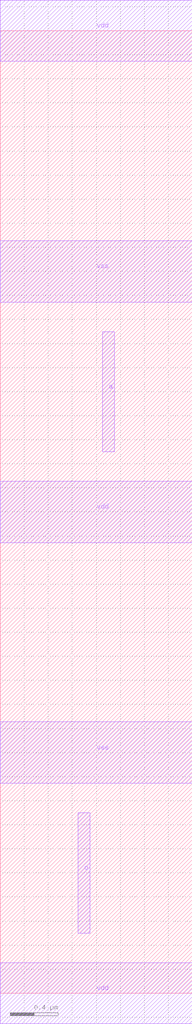
<source format=lef>
VERSION 5.7 ;
BUSBITCHARS "[]" ;
DIVIDERCHAR "/" ;

MACRO ms00f80
   CLASS CORE ;
   SIZE 1.6 BY 2 ;
   ORIGIN 0 0 ;
   SYMMETRY X Y R90 ;
   SITE core ;
   PIN o
      DIRECTION OUTPUT ;
      PORT 
         LAYER metal2 ;
             RECT 0.05 0.5 0.15 1.5 ;
      END
   END o

   PIN ck
      DIRECTION INPUT ;
      PORT 
         LAYER metal1 ;
             RECT 0.45 0.5 0.55 1.5 ;
      END
   END ck

   PIN d
      DIRECTION INPUT ;
      PORT 
         LAYER metal1 ;
             RECT 1.05 0.5 1.15 1.5 ;
      END
   END d

   PIN vss
      DIRECTION INOUT ;
      USE GROUND ;
      PORT 
         LAYER metal1 ;
             RECT 0 -0.255 1.6 0.255 ;
      END
   END vss

   PIN vdd
      DIRECTION INOUT ;
      USE POWER ;
      PORT 
         LAYER metal1 ;
             RECT 0 1.745 1.6 2.255 ;
      END
   END vdd

END ms00f80

MACRO in01f01
   CLASS CORE ;
   SIZE 0.4 BY 2 ;
   ORIGIN 0 0 ;
   SYMMETRY X Y R90 ;
   SITE core ;
   PIN o
      DIRECTION OUTPUT ;
      PORT 
         LAYER metal1 ;
             RECT 0.05 0.5 0.15 1.5 ;
      END
   END o

   PIN a
      DIRECTION INPUT ;
      PORT 
         LAYER metal1 ;
             RECT 0.25 0.5 0.35 1.5 ;
      END
   END a

   PIN vss
      DIRECTION INOUT ;
      USE GROUND ;
      PORT 
         LAYER metal1 ;
             RECT 0 -0.255 0.4 0.255 ;
      END
   END vss

   PIN vdd
      DIRECTION INOUT ;
      USE POWER ;
      PORT 
         LAYER metal1 ;
             RECT 0 1.745 0.4 2.255 ;
      END
   END vdd

END in01f01

MACRO na02f01
   CLASS CORE ;
   SIZE 0.8 BY 2 ;
   ORIGIN 0 0 ;
   SYMMETRY X Y R90 ;
   SITE core ;
   PIN o
      DIRECTION OUTPUT ;
      PORT 
         LAYER metal1 ;
             RECT 0.05 0.5 0.15 1.5 ;
      END
   END o

   PIN a
      DIRECTION INPUT ;
      PORT 
         LAYER metal1 ;
             RECT 0.25 0.5 0.35 1.5 ;
      END
   END a

   PIN b
      DIRECTION INPUT ;
      PORT 
         LAYER metal1 ;
             RECT 0.45 0.5 0.55 1.5 ;
      END
   END b

   PIN vss
      DIRECTION INOUT ;
      USE GROUND ;
      PORT 
         LAYER metal1 ;
             RECT 0 -0.255 0.8 0.255 ;
      END
   END vss

   PIN vdd
      DIRECTION INOUT ;
      USE POWER ;
      PORT 
         LAYER metal1 ;
             RECT 0 1.745 0.8 2.255 ;
      END
   END vdd

END na02f01

MACRO no02f01
   CLASS CORE ;
   SIZE 0.8 BY 2 ;
   ORIGIN 0 0 ;
   SYMMETRY X Y R90 ;
   SITE core ;
   PIN o
      DIRECTION OUTPUT ;
      PORT 
         LAYER metal1 ;
             RECT 0.05 0.5 0.15 1.5 ;
      END
   END o

   PIN a
      DIRECTION INPUT ;
      PORT 
         LAYER metal1 ;
             RECT 0.25 0.5 0.35 1.5 ;
      END
   END a

   PIN b
      DIRECTION INPUT ;
      PORT 
         LAYER metal1 ;
             RECT 0.45 0.5 0.55 1.5 ;
      END
   END b

   PIN vss
      DIRECTION INOUT ;
      USE GROUND ;
      PORT 
         LAYER metal1 ;
             RECT 0 -0.255 0.8 0.255 ;
      END
   END vss

   PIN vdd
      DIRECTION INOUT ;
      USE POWER ;
      PORT 
         LAYER metal1 ;
             RECT 0 1.745 0.8 2.255 ;
      END
   END vdd

END no02f01

MACRO oa12f01
   CLASS CORE ;
   SIZE 1.2 BY 2 ;
   ORIGIN 0 0 ;
   SYMMETRY X Y R90 ;
   SITE core ;
   PIN o
      DIRECTION OUTPUT ;
      PORT 
         LAYER metal1 ;
             RECT 0.05 0.5 0.15 1.5 ;
      END
   END o

   PIN a
      DIRECTION INPUT ;
      PORT 
         LAYER metal1 ;
             RECT 0.25 0.5 0.35 1.5 ;
      END
   END a

   PIN b
      DIRECTION INPUT ;
      PORT 
         LAYER metal1 ;
             RECT 0.65 0.5 0.75 1.5 ;
      END
   END b

   PIN c
      DIRECTION INPUT ;
      PORT 
         LAYER metal1 ;
             RECT 0.85 0.5 0.95 1.5 ;
      END
   END c

   PIN vss
      DIRECTION INOUT ;
      USE GROUND ;
      PORT 
         LAYER metal1 ;
             RECT 0 -0.255 1.2 0.255 ;
      END
   END vss

   PIN vdd
      DIRECTION INOUT ;
      USE POWER ;
      PORT 
         LAYER metal1 ;
             RECT 0 1.745 1.2 2.255 ;
      END
   END vdd

END oa12f01

MACRO na04m01
   CLASS CORE ;
   SIZE 1.6 BY 2 ;
   ORIGIN 0 0 ;
   SYMMETRY X Y R90 ;
   SITE core ;
   PIN o
      DIRECTION OUTPUT ;
      PORT 
         LAYER metal1 ;
             RECT 0.05 0.5 0.15 1.5 ;
      END
   END o

   PIN a
      DIRECTION INPUT ;
      PORT 
         LAYER metal1 ;
             RECT 0.25 0.5 0.35 1.5 ;
      END
   END a

   PIN b
      DIRECTION INPUT ;
      PORT 
         LAYER metal1 ;
             RECT 0.65 0.5 0.75 1.5 ;
      END
   END b

   PIN c
      DIRECTION INPUT ;
      PORT 
         LAYER metal1 ;
             RECT 0.85 0.5 0.95 1.5 ;
      END
   END c

   PIN d
      DIRECTION INPUT ;
      PORT 
         LAYER metal1 ;
             RECT 1.25 0.5 1.35 1.5 ;
      END
   END d

   PIN vss
      DIRECTION INOUT ;
      USE GROUND ;
      PORT 
         LAYER metal1 ;
             RECT 0 -0.255 1.6 0.255 ;
      END
   END vss

   PIN vdd
      DIRECTION INOUT ;
      USE POWER ;
      PORT 
         LAYER metal1 ;
             RECT 0 1.745 1.6 2.255 ;
      END
   END vdd

END na04m01

MACRO ao12f01
   CLASS CORE ;
   SIZE 1.2 BY 2 ;
   ORIGIN 0 0 ;
   SYMMETRY X Y R90 ;
   SITE core ;
   PIN o
      DIRECTION OUTPUT ;
      PORT 
         LAYER metal1 ;
             RECT 0.05 0.5 0.15 1.5 ;
      END
   END o

   PIN a
      DIRECTION INPUT ;
      PORT 
         LAYER metal1 ;
             RECT 0.25 0.5 0.35 1.5 ;
      END
   END a

   PIN b
      DIRECTION INPUT ;
      PORT 
         LAYER metal1 ;
             RECT 0.65 0.5 0.75 1.5 ;
      END
   END b

   PIN c
      DIRECTION INPUT ;
      PORT 
         LAYER metal1 ;
             RECT 0.85 0.5 0.95 1.5 ;
      END
   END c

   PIN vss
      DIRECTION INOUT ;
      USE GROUND ;
      PORT 
         LAYER metal1 ;
             RECT 0 -0.255 1.2 0.255 ;
      END
   END vss

   PIN vdd
      DIRECTION INOUT ;
      USE POWER ;
      PORT 
         LAYER metal1 ;
             RECT 0 1.745 1.2 2.255 ;
      END
   END vdd

END ao12f01

MACRO na03f01
   CLASS CORE ;
   SIZE 1.2 BY 2 ;
   ORIGIN 0 0 ;
   SYMMETRY X Y R90 ;
   SITE core ;
   PIN o
      DIRECTION OUTPUT ;
      PORT 
         LAYER metal1 ;
             RECT 0.05 0.5 0.15 1.5 ;
      END
   END o

   PIN a
      DIRECTION INPUT ;
      PORT 
         LAYER metal1 ;
             RECT 0.25 0.5 0.35 1.5 ;
      END
   END a

   PIN b
      DIRECTION INPUT ;
      PORT 
         LAYER metal1 ;
             RECT 0.65 0.5 0.75 1.5 ;
      END
   END b

   PIN c
      DIRECTION INPUT ;
      PORT 
         LAYER metal1 ;
             RECT 0.85 0.5 0.95 1.5 ;
      END
   END c

   PIN vss
      DIRECTION INOUT ;
      USE GROUND ;
      PORT 
         LAYER metal1 ;
             RECT 0 -0.255 1.2 0.255 ;
      END
   END vss

   PIN vdd
      DIRECTION INOUT ;
      USE POWER ;
      PORT 
         LAYER metal1 ;
             RECT 0 1.745 1.2 2.255 ;
      END
   END vdd

END na03f01

MACRO ao22s01
   CLASS CORE ;
   SIZE 1.6 BY 2 ;
   ORIGIN 0 0 ;
   SYMMETRY X Y R90 ;
   SITE core ;
   PIN o
      DIRECTION OUTPUT ;
      PORT 
         LAYER metal1 ;
             RECT 0.05 0.5 0.15 1.5 ;
      END
   END o

   PIN a
      DIRECTION INPUT ;
      PORT 
         LAYER metal1 ;
             RECT 0.25 0.5 0.35 1.5 ;
      END
   END a

   PIN b
      DIRECTION INPUT ;
      PORT 
         LAYER metal1 ;
             RECT 0.65 0.5 0.75 1.5 ;
      END
   END b

   PIN c
      DIRECTION INPUT ;
      PORT 
         LAYER metal1 ;
             RECT 0.85 0.5 0.95 1.5 ;
      END
   END c

   PIN d
      DIRECTION INPUT ;
      PORT 
         LAYER metal1 ;
             RECT 1.25 0.5 1.35 1.5 ;
      END
   END d

   PIN vss
      DIRECTION INOUT ;
      USE GROUND ;
      PORT 
         LAYER metal1 ;
             RECT 0 -0.255 1.6 0.255 ;
      END
   END vss

   PIN vdd
      DIRECTION INOUT ;
      USE POWER ;
      PORT 
         LAYER metal1 ;
             RECT 0 1.745 1.6 2.255 ;
      END
   END vdd

END ao22s01

MACRO oa22f01
   CLASS CORE ;
   SIZE 1.6 BY 2 ;
   ORIGIN 0 0 ;
   SYMMETRY X Y R90 ;
   SITE core ;
   PIN o
      DIRECTION OUTPUT ;
      PORT 
         LAYER metal2 ;
             RECT 0.05 0.5 0.15 1.5 ;
      END
   END o

   PIN a
      DIRECTION INPUT ;
      PORT 
         LAYER metal1 ;
             RECT 0.25 0.5 0.35 1.5 ;
      END
   END a

   PIN b
      DIRECTION INPUT ;
      PORT 
         LAYER metal1 ;
             RECT 0.65 0.5 0.75 1.5 ;
      END
   END b

   PIN c
      DIRECTION INPUT ;
      PORT 
         LAYER metal1 ;
             RECT 0.85 0.5 0.95 1.5 ;
      END
   END c

   PIN d
      DIRECTION INPUT ;
      PORT 
         LAYER metal1 ;
             RECT 1.25 0.5 1.35 1.5 ;
      END
   END d

   PIN vss
      DIRECTION INOUT ;
      USE GROUND ;
      PORT 
         LAYER metal1 ;
             RECT 0 -0.255 1.6 0.255 ;
      END
   END vss

   PIN vdd
      DIRECTION INOUT ;
      USE POWER ;
      PORT 
         LAYER metal1 ;
             RECT 0 1.745 1.6 2.255 ;
      END
   END vdd

END oa22f01

MACRO no03m01
   CLASS CORE ;
   SIZE 1.2 BY 2 ;
   ORIGIN 0 0 ;
   SYMMETRY X Y R90 ;
   SITE core ;
   PIN o
      DIRECTION OUTPUT ;
      PORT 
         LAYER metal1 ;
             RECT 0.05 0.5 0.15 1.5 ;
      END
   END o

   PIN a
      DIRECTION INPUT ;
      PORT 
         LAYER metal1 ;
             RECT 0.25 0.5 0.35 1.5 ;
      END
   END a

   PIN b
      DIRECTION INPUT ;
      PORT 
         LAYER metal1 ;
             RECT 0.65 0.5 0.75 1.5 ;
      END
   END b

   PIN c
      DIRECTION INPUT ;
      PORT 
         LAYER metal1 ;
             RECT 0.85 0.5 0.95 1.5 ;
      END
   END c

   PIN vss
      DIRECTION INOUT ;
      USE GROUND ;
      PORT 
         LAYER metal1 ;
             RECT 0 -0.255 1.2 0.255 ;
      END
   END vss

   PIN vdd
      DIRECTION INOUT ;
      USE POWER ;
      PORT 
         LAYER metal1 ;
             RECT 0 1.745 1.2 2.255 ;
      END
   END vdd

END no03m01

MACRO no04s01
   CLASS CORE ;
   SIZE 1.6 BY 2 ;
   ORIGIN 0 0 ;
   SYMMETRY X Y R90 ;
   SITE core ;
   PIN o
      DIRECTION OUTPUT ;
      PORT 
         LAYER metal1 ;
             RECT 0.05 0.5 0.15 1.5 ;
      END
   END o

   PIN a
      DIRECTION INPUT ;
      PORT 
         LAYER metal1 ;
             RECT 0.25 0.5 0.35 1.5 ;
      END
   END a

   PIN b
      DIRECTION INPUT ;
      PORT 
         LAYER metal1 ;
             RECT 0.65 0.5 0.75 1.5 ;
      END
   END b

   PIN c
      DIRECTION INPUT ;
      PORT 
         LAYER metal1 ;
             RECT 0.85 0.5 0.95 1.5 ;
      END
   END c

   PIN d
      DIRECTION INPUT ;
      PORT 
         LAYER metal1 ;
             RECT 1.25 0.5 1.35 1.5 ;
      END
   END d

   PIN vss
      DIRECTION INOUT ;
      USE GROUND ;
      PORT 
         LAYER metal1 ;
             RECT 0 -0.255 1.6 0.255 ;
      END
   END vss

   PIN vdd
      DIRECTION INOUT ;
      USE POWER ;
      PORT 
         LAYER metal1 ;
             RECT 0 1.745 1.6 2.255 ;
      END
   END vdd

END no04s01

MACRO in01f01X2HE
   CLASS CORE ;
   SIZE 1.2 BY 4 ;
   ORIGIN 0 0 ;
   SYMMETRY X Y R90 ;
   SITE core ;
   PIN o
      DIRECTION OUTPUT ;
      PORT 
         LAYER metal1 ;
             RECT 0.45 0.5 0.55 1.5 ;
      END
   END o

   PIN a
      DIRECTION INPUT ;
      PORT 
         LAYER metal1 ;
             RECT 0.65 0.5 0.75 1.5 ;
      END
   END a

   PIN vss
      DIRECTION INOUT ;
      USE GROUND ;
      SHAPE ABUTMENT ;
      PORT 
         LAYER metal1 ;
             RECT 0 -0.255 1.2 0.255 ;
      END
      PORT 
         LAYER metal1 ;
             RECT 0 3.745 1.2 4.255 ;
      END
   END vss

   PIN vdd
      DIRECTION INOUT ;
      USE POWER ;
      PORT 
         LAYER metal1 ;
             RECT 0 1.745 1.2 2.255 ;
      END
   END vdd

END in01f01X2HE

MACRO in01f01X2HO
   CLASS CORE ;
   SIZE 0.8 BY 4 ;
   ORIGIN 0 0 ;
   SYMMETRY X Y R90 ;
   SITE core ;
   PIN o
      DIRECTION OUTPUT ;
      PORT 
         LAYER metal1 ;
             RECT 0.25 0.5 0.35 1.5 ;
      END
   END o

   PIN a
      DIRECTION INPUT ;
      PORT 
         LAYER metal1 ;
             RECT 0.45 0.5 0.55 1.5 ;
      END
   END a

   PIN vdd
      DIRECTION INOUT ;
      USE POWER ;
      SHAPE ABUTMENT ;
      PORT 
         LAYER metal1 ;
             RECT 0 -0.255 0.8 0.255 ;
      END
      PORT 
         LAYER metal1 ;
             RECT 0 3.745 0.8 4.255 ;
      END
   END vdd

   PIN vss
      DIRECTION INOUT ;
      USE GROUND ;
      PORT 
         LAYER metal1 ;
             RECT 0 1.745 0.8 2.255 ;
      END
   END vss

END in01f01X2HO

MACRO in01f01X3H
   CLASS CORE ;
   SIZE 1.2 BY 6 ;
   ORIGIN 0 0 ;
   SYMMETRY X Y R90 ;
   SITE core ;
   PIN o
      DIRECTION OUTPUT ;
      PORT 
         LAYER metal1 ;
             RECT 0.45 4.5 0.55 5.5 ;
      END
   END o

   PIN a
      DIRECTION INPUT ;
      PORT 
         LAYER metal1 ;
             RECT 0.65 0.5 0.75 1.5 ;
      END
   END a

   PIN vss
      DIRECTION INOUT ;
      USE GROUND ;
      PORT 
         LAYER metal1 ;
             RECT 0 -0.255 1.2 0.255 ;
      END
      PORT 
         LAYER metal1 ;
             RECT 0 3.745 1.2 4.255 ;
      END
   END vss

   PIN vdd
      DIRECTION INOUT ;
      USE POWER ;
      PORT 
         LAYER metal1 ;
             RECT 0 1.745 1.2 2.255 ;
      END
      PORT 
         LAYER metal1 ;
             RECT 0 5.745 1.2 6.255 ;
      END
   END vdd

END in01f01X3H

MACRO in01f01X4HE
   CLASS CORE ;
   SIZE 1.2 BY 8 ;
   ORIGIN 0 0 ;
   SYMMETRY X Y R90 ;
   SITE core ;
   PIN o
      DIRECTION OUTPUT ;
      PORT 
         LAYER metal1 ;
             RECT 0.45 0.5 0.55 1.5 ;
      END
   END o

   PIN a
      DIRECTION INPUT ;
      PORT 
         LAYER metal1 ;
             RECT 0.65 4.5 0.75 5.5 ;
      END
   END a

   PIN vss
      DIRECTION INOUT ;
      USE GROUND ;
      SHAPE ABUTMENT ;
      PORT 
         LAYER metal1 ;
             RECT 0 -0.255 1.2 0.255 ;
      END
      PORT 
         LAYER metal1 ;
             RECT 0 3.745 1.2 4.255 ;
      END
      PORT 
         LAYER metal1 ;
             RECT 0 7.745 1.2 8.255 ;
      END
   END vss

   PIN vdd
      DIRECTION INOUT ;
      USE POWER ;
      PORT 
         LAYER metal1 ;
             RECT 0 1.745 1.2 2.255 ;
      END
      PORT 
         LAYER metal1 ;
             RECT 0 5.745 1.2 6.255 ;
      END
   END vdd

END in01f01X4HE

MACRO in01f01X4HO
   CLASS CORE ;
   SIZE 1.6 BY 8 ;
   ORIGIN 0 0 ;
   SYMMETRY X Y R90 ;
   SITE core ;
   PIN o
      DIRECTION OUTPUT ;
      PORT 
         LAYER metal1 ;
             RECT 0.65 0.5 0.75 1.5 ;
      END
   END o

   PIN a
      DIRECTION INPUT ;
      PORT 
         LAYER metal1 ;
             RECT 0.85 4.5 0.95 5.5 ;
      END
   END a

   PIN vdd
      DIRECTION INOUT ;
      USE POWER ;
      SHAPE ABUTMENT ;
      PORT 
         LAYER metal1 ;
             RECT 0 -0.255 1.6 0.255 ;
      END
      PORT 
         LAYER metal1 ;
             RECT 0 3.745 1.6 4.255 ;
      END
      PORT 
         LAYER metal1 ;
             RECT 0 7.745 1.6 8.255 ;
      END
   END vdd

   PIN vss
      DIRECTION INOUT ;
      USE GROUND ;
      PORT 
         LAYER metal1 ;
             RECT 0 1.745 1.6 2.255 ;
      END
      PORT 
         LAYER metal1 ;
             RECT 0 5.745 1.6 6.255 ;
      END
   END vss

END in01f01X4HO

END LIBRARY

</source>
